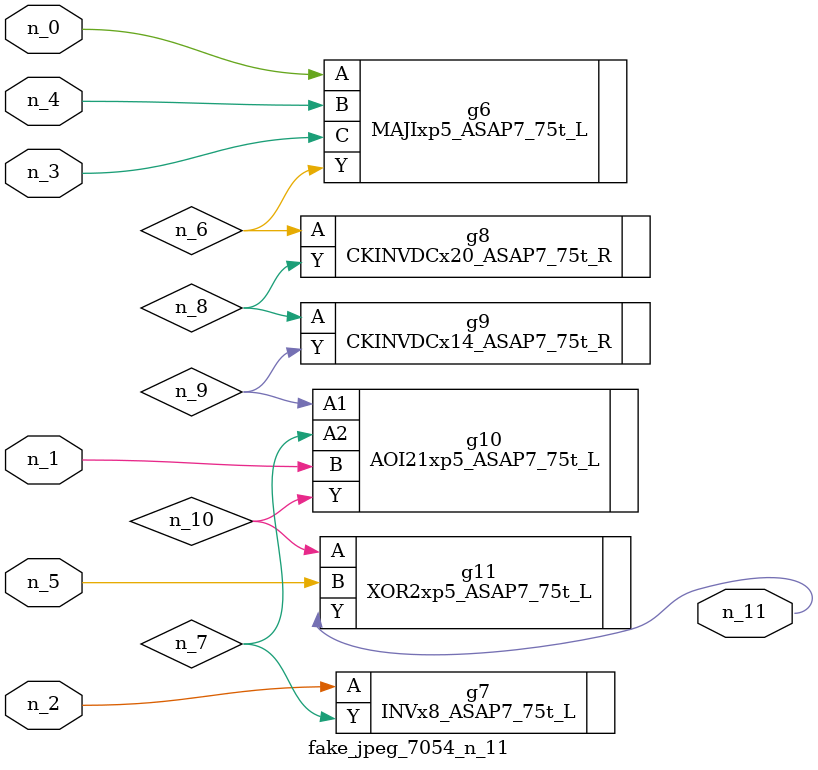
<source format=v>
module fake_jpeg_7054_n_11 (n_3, n_2, n_1, n_0, n_4, n_5, n_11);

input n_3;
input n_2;
input n_1;
input n_0;
input n_4;
input n_5;

output n_11;

wire n_10;
wire n_8;
wire n_9;
wire n_6;
wire n_7;

MAJIxp5_ASAP7_75t_L g6 ( 
.A(n_0),
.B(n_4),
.C(n_3),
.Y(n_6)
);

INVx8_ASAP7_75t_L g7 ( 
.A(n_2),
.Y(n_7)
);

CKINVDCx20_ASAP7_75t_R g8 ( 
.A(n_6),
.Y(n_8)
);

CKINVDCx14_ASAP7_75t_R g9 ( 
.A(n_8),
.Y(n_9)
);

AOI21xp5_ASAP7_75t_L g10 ( 
.A1(n_9),
.A2(n_7),
.B(n_1),
.Y(n_10)
);

XOR2xp5_ASAP7_75t_L g11 ( 
.A(n_10),
.B(n_5),
.Y(n_11)
);


endmodule
</source>
